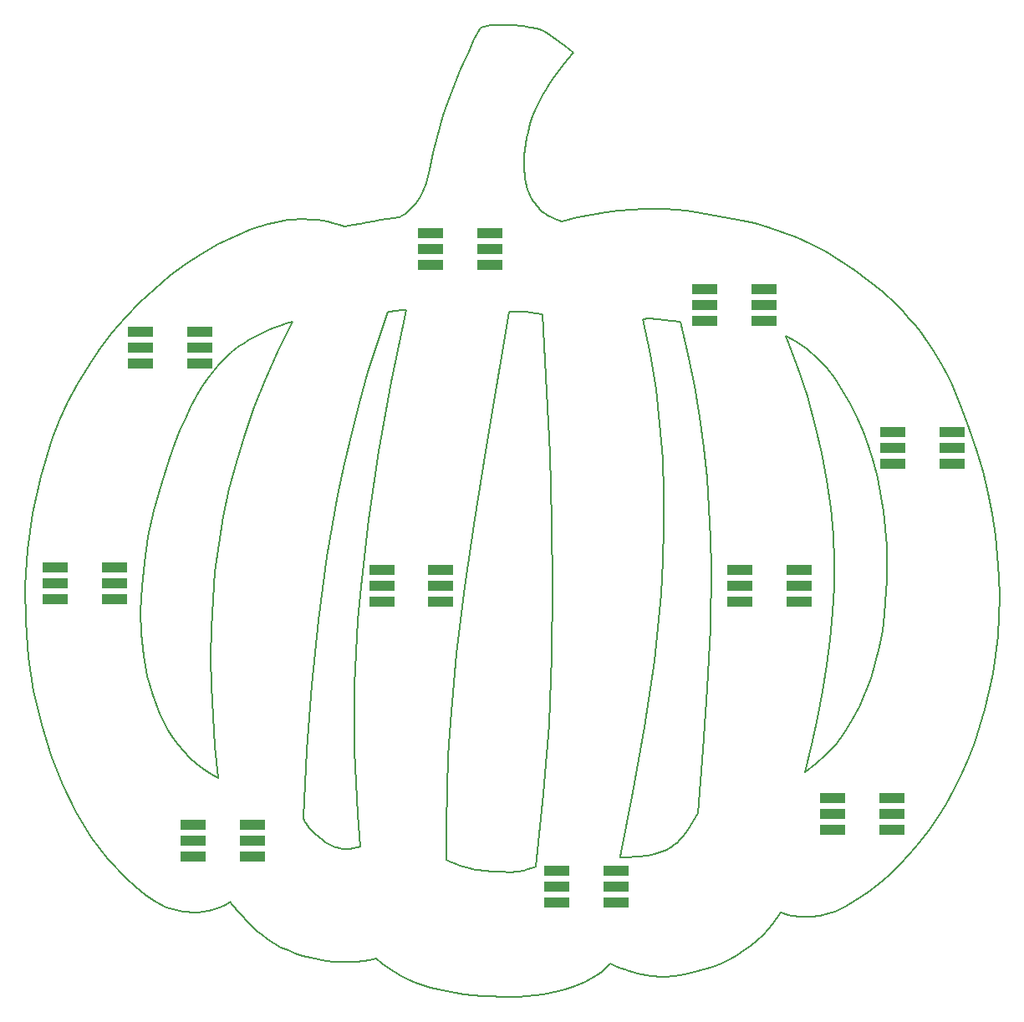
<source format=gbr>
%TF.GenerationSoftware,KiCad,Pcbnew,(6.0.7)*%
%TF.CreationDate,2022-10-09T23:44:08+01:00*%
%TF.ProjectId,Shocksoc-Pumpkin,53686f63-6b73-46f6-932d-50756d706b69,rev?*%
%TF.SameCoordinates,Original*%
%TF.FileFunction,Paste,Top*%
%TF.FilePolarity,Positive*%
%FSLAX46Y46*%
G04 Gerber Fmt 4.6, Leading zero omitted, Abs format (unit mm)*
G04 Created by KiCad (PCBNEW (6.0.7)) date 2022-10-09 23:44:08*
%MOMM*%
%LPD*%
G01*
G04 APERTURE LIST*
%TA.AperFunction,Profile*%
%ADD10C,0.150000*%
%TD*%
%ADD11R,2.500000X1.000000*%
G04 APERTURE END LIST*
D10*
X102498533Y-54102398D02*
X100947157Y-54481130D01*
X133881078Y-90853150D02*
X133833389Y-87362595D01*
X124675709Y-56140140D02*
X123233495Y-55565649D01*
X66997727Y-68181187D02*
X66609332Y-68558657D01*
X103970625Y-53798572D02*
X102498533Y-54102398D01*
X97676376Y-63735766D02*
X97336944Y-63688964D01*
X70497813Y-126762117D02*
X70497813Y-126762117D01*
X125928115Y-124967216D02*
X126192976Y-124952584D01*
X69787150Y-126148287D02*
X70132420Y-126454556D01*
X67332905Y-123429544D02*
X67545951Y-123719744D01*
X84480927Y-54093479D02*
X84480260Y-54096107D01*
X82341551Y-77813956D02*
X83626297Y-70732284D01*
X96977322Y-34706182D02*
X96611498Y-34658888D01*
X92683768Y-34827858D02*
X92059039Y-36066917D01*
X85148150Y-63466434D02*
X84932598Y-63492489D01*
X83626297Y-70732284D02*
X85148150Y-63466428D01*
X64609375Y-124444064D02*
X65102227Y-124358968D01*
X46896703Y-98661494D02*
X47436459Y-102123326D01*
X94457491Y-34583654D02*
X94102570Y-34608740D01*
X75913103Y-116527351D02*
X76027740Y-116633659D01*
X117356622Y-54043029D02*
X115482329Y-53700187D01*
X65872344Y-69363858D02*
X65522282Y-69792098D01*
X90603511Y-119762314D02*
X90921951Y-119866007D01*
X127688136Y-108531999D02*
X128649605Y-107475457D01*
X84160099Y-63560175D02*
X83900352Y-63584931D01*
X104937221Y-130537459D02*
X105409461Y-130144061D01*
X113521177Y-53420972D02*
X112494946Y-53318635D01*
X74702206Y-128916462D02*
X75483791Y-129123545D01*
X88917597Y-43792641D02*
X88536082Y-45028228D01*
X75286822Y-115857681D02*
X75358766Y-115944730D01*
X91394153Y-37479069D02*
X91007420Y-38343438D01*
X77129782Y-88497646D02*
X76248637Y-94922799D01*
X71110469Y-127232547D02*
X71766442Y-127657677D01*
X78396225Y-54829168D02*
X78065868Y-54734775D01*
X66078806Y-110881853D02*
X65785982Y-107710346D01*
X109305260Y-118788275D02*
X109641809Y-118735198D01*
X60183809Y-104372114D02*
X61042839Y-106035884D01*
X95661305Y-120422146D02*
X95912460Y-120421179D01*
X97377031Y-133011255D02*
X98208858Y-132933707D01*
X90597384Y-39298150D02*
X90173716Y-40331815D01*
X97717467Y-34827793D02*
X97345881Y-34762586D01*
X60827516Y-123985116D02*
X61191239Y-124110602D01*
X142173682Y-75380833D02*
X141316071Y-73137553D01*
X126184627Y-107521222D02*
X125509825Y-110298578D01*
X82243592Y-66725337D02*
X81290207Y-69777235D01*
X76716644Y-54449879D02*
X76160941Y-54374583D01*
X58156469Y-62730330D02*
X56738128Y-64218626D01*
X92916294Y-120271651D02*
X93293460Y-120310097D01*
X93748031Y-34645396D02*
X93393581Y-34693930D01*
X102086924Y-37388533D02*
X101663118Y-37043032D01*
X84485912Y-54067422D02*
X84484890Y-54072636D01*
X97101910Y-63664435D02*
X96890798Y-63656394D01*
X110289316Y-99051026D02*
X109321799Y-105726379D01*
X78978934Y-118080390D02*
X79237445Y-118082532D01*
X127714681Y-69353994D02*
X126782321Y-68357120D01*
X66166640Y-87197214D02*
X66635752Y-84406780D01*
X100655439Y-36266770D02*
X100358650Y-36051143D01*
X72768916Y-54418875D02*
X72385471Y-54479966D01*
X98301672Y-119863565D02*
X98301672Y-119863565D01*
X111268230Y-85465027D02*
X111168219Y-88893620D01*
X111781962Y-118014446D02*
X111990705Y-117890395D01*
X84633001Y-130955667D02*
X85337228Y-131300477D01*
X97090236Y-48834076D02*
X97095819Y-48335672D01*
X97176825Y-47253396D02*
X97254705Y-46667940D01*
X67214238Y-123512658D02*
X67332905Y-123429544D01*
X111431300Y-53248295D02*
X110325005Y-53215316D01*
X94813088Y-34569830D02*
X94457491Y-34583654D01*
X97468201Y-51276143D02*
X97362367Y-50930451D01*
X59606502Y-83834399D02*
X59037330Y-86463656D01*
X97721447Y-51900282D02*
X97588304Y-51599156D01*
X113708452Y-67946539D02*
X112937727Y-64675594D01*
X120475942Y-54700098D02*
X119185927Y-54406591D01*
X71222462Y-65491988D02*
X70679422Y-65730910D01*
X80809217Y-129431005D02*
X81476404Y-129318534D01*
X136682242Y-65027205D02*
X136064447Y-64298760D01*
X128387891Y-86215992D02*
X128490872Y-88883728D01*
X69652966Y-66252134D02*
X69168081Y-66534945D01*
X98470896Y-34983383D02*
X98470896Y-34983383D01*
X113725577Y-116117559D02*
X113971918Y-115727186D01*
X74232322Y-54292715D02*
X73878033Y-54308043D01*
X73610495Y-64674947D02*
X72979638Y-64858920D01*
X81200076Y-54598314D02*
X80496296Y-54731608D01*
X79936202Y-108059172D02*
X79903191Y-104788850D01*
X106872115Y-118922427D02*
X106898216Y-118924778D01*
X74708817Y-114889573D02*
X74721029Y-114928826D01*
X145196034Y-94538790D02*
X145240021Y-92531613D01*
X127333999Y-124785074D02*
X127637622Y-124711616D01*
X127947782Y-124623792D02*
X128264072Y-124520734D01*
X99800920Y-132687186D02*
X100557371Y-132518967D01*
X99889050Y-54095023D02*
X99695265Y-53994739D01*
X67400369Y-67820131D02*
X66997727Y-68181187D01*
X97822797Y-120019795D02*
X98301672Y-119863565D01*
X95375849Y-120417642D02*
X95661305Y-120422146D01*
X69774126Y-73258250D02*
X70902338Y-70432317D01*
X80417254Y-72846583D02*
X79621041Y-75934597D01*
X99900165Y-98521685D02*
X99989752Y-91708369D01*
X83900352Y-63584931D02*
X83659330Y-63613628D01*
X62631018Y-108211507D02*
X63240422Y-108845236D01*
X97142765Y-49749378D02*
X97106294Y-49305047D01*
X68788989Y-76060242D02*
X69774126Y-73258250D01*
X84488619Y-54056905D02*
X84487831Y-54059549D01*
X68251328Y-67146240D02*
X67817991Y-67475233D01*
X99742996Y-40412467D02*
X100134489Y-39832858D01*
X111118333Y-78537219D02*
X111254962Y-82013251D01*
X68164769Y-124481125D02*
X68379304Y-124725894D01*
X130321611Y-105058447D02*
X131033923Y-103715009D01*
X91091442Y-91477721D02*
X90255258Y-98313130D01*
X107640236Y-118918492D02*
X107891419Y-118907854D01*
X77845849Y-129495542D02*
X78618754Y-129538337D01*
X76248637Y-94922799D02*
X75571112Y-101456683D01*
X58563171Y-98491695D02*
X58944191Y-100587747D01*
X115296426Y-77439574D02*
X114879673Y-74320515D01*
X133419365Y-61648193D02*
X132014643Y-60478696D01*
X98725345Y-53291785D02*
X98539763Y-53105342D01*
X128336206Y-94165234D02*
X128093077Y-96799019D01*
X89635802Y-105186706D02*
X89423084Y-108651001D01*
X80264134Y-117900526D02*
X80535082Y-117808259D01*
X88422177Y-132327722D02*
X89257446Y-132505830D01*
X101207537Y-36684349D02*
X100655439Y-36266770D01*
X84932598Y-63492489D02*
X84688132Y-63515661D01*
X86050641Y-52726890D02*
X85786627Y-53042883D01*
X111071097Y-131027003D02*
X111288176Y-131020166D01*
X70156501Y-65984207D02*
X69652966Y-66252134D01*
X145240021Y-92531613D02*
X145196375Y-90488273D01*
X77632617Y-117748259D02*
X77795599Y-117817514D01*
X66078806Y-110881853D02*
X66078806Y-110881853D01*
X109961423Y-118673420D02*
X110264785Y-118603143D01*
X84486489Y-54064806D02*
X84485912Y-54067422D01*
X115832866Y-83581906D02*
X115611448Y-80524033D01*
X79621041Y-75934597D02*
X78897878Y-79042493D01*
X124166142Y-124827168D02*
X124541474Y-124892893D01*
X73933614Y-128666898D02*
X74702206Y-128916462D01*
X112554969Y-117477861D02*
X112886345Y-117171229D01*
X142918571Y-77607809D02*
X142173682Y-75380833D01*
X63240422Y-108845236D02*
X63889875Y-109430669D01*
X138076311Y-116211544D02*
X138974178Y-114900421D01*
X67762669Y-55989329D02*
X66068923Y-56816812D01*
X70132420Y-126454556D02*
X70497813Y-126762117D01*
X133394104Y-95989107D02*
X133632080Y-94301792D01*
X76595428Y-117113330D02*
X76774828Y-117247630D01*
X48125999Y-80313733D02*
X47308234Y-84030226D01*
X106898216Y-118924778D02*
X106929744Y-118926817D01*
X87564466Y-49212751D02*
X87481405Y-49585020D01*
X82690672Y-129680293D02*
X83309127Y-130147434D01*
X131432639Y-75799118D02*
X130817854Y-74343711D01*
X93393581Y-34693930D02*
X93038924Y-34754648D01*
X103868196Y-131243398D02*
X104422836Y-130904030D01*
X138932034Y-68208789D02*
X138405960Y-67372917D01*
X99911370Y-84917937D02*
X99697213Y-78073929D01*
X99303809Y-53756242D02*
X99108596Y-53616443D01*
X62884236Y-124470196D02*
X63498556Y-124507653D01*
X107118922Y-118930793D02*
X107257504Y-118929545D01*
X144206460Y-102156199D02*
X144569625Y-100318506D01*
X61733478Y-77038419D02*
X61217459Y-78450418D01*
X75003130Y-115470988D02*
X75050375Y-115541549D01*
X98990344Y-63919332D02*
X98990344Y-63919328D01*
X73610495Y-64674947D02*
X73610495Y-64674947D01*
X110825491Y-118437911D02*
X111084201Y-118343364D01*
X126604507Y-75131637D02*
X127270590Y-77984753D01*
X137279481Y-65782278D02*
X136682242Y-65027205D01*
X96523861Y-133057825D02*
X97377031Y-133011255D01*
X75608488Y-116223660D02*
X75703670Y-116322261D01*
X110740972Y-64420675D02*
X110339094Y-64382414D01*
X93212547Y-77752525D02*
X92093992Y-84638259D01*
X100875681Y-38825390D02*
X101498372Y-38054658D01*
X109934964Y-130945116D02*
X110396612Y-130998923D01*
X114879673Y-74320515D02*
X114353058Y-71158841D01*
X110339094Y-64382414D02*
X110024474Y-64361644D01*
X91000652Y-132780615D02*
X91907398Y-132881011D01*
X109470613Y-130868283D02*
X109934964Y-130945116D01*
X65568704Y-104615945D02*
X65432600Y-101590230D01*
X98676973Y-35045907D02*
X98569610Y-35009243D01*
X66609332Y-68558657D02*
X66234449Y-68952796D01*
X78897878Y-79042493D02*
X78244075Y-82171489D01*
X98186832Y-52680263D02*
X98021940Y-52440043D01*
X75158719Y-115693020D02*
X75220204Y-115773747D01*
X106805933Y-118898584D02*
X106804442Y-118901567D01*
X75220204Y-115773747D02*
X75286822Y-115857681D01*
X106367333Y-129943576D02*
X106958540Y-130165893D01*
X100358650Y-36051143D02*
X100056275Y-35839089D01*
X75703670Y-116322261D02*
X75805143Y-116423521D01*
X80275162Y-94873126D02*
X80549289Y-91522756D01*
X113466180Y-116489446D02*
X113725577Y-116117559D01*
X144082730Y-82002922D02*
X143553875Y-79816000D01*
X69168081Y-66534945D02*
X68701113Y-66832895D01*
X99108596Y-53616443D02*
X98915365Y-53461888D01*
X128471224Y-91530140D02*
X128336206Y-94165234D01*
X112494946Y-53318635D02*
X111431300Y-53248295D01*
X128490872Y-88883728D02*
X128471224Y-91530140D01*
X102086924Y-37388533D02*
X102086924Y-37388533D01*
X87073573Y-50892660D02*
X86956457Y-51176371D01*
X70497813Y-126762117D02*
X71110469Y-127232547D01*
X93692227Y-120342190D02*
X94115896Y-120368672D01*
X84487831Y-54059549D02*
X84487125Y-54062182D01*
X98914553Y-35148601D02*
X98792211Y-35092614D01*
X110396612Y-130998923D02*
X110624577Y-131015841D01*
X123346194Y-124604236D02*
X123565259Y-124675904D01*
X126747983Y-124892360D02*
X127037317Y-124845033D01*
X131033923Y-103715009D02*
X131664959Y-102292970D01*
X97588304Y-51599156D02*
X97468201Y-51276143D01*
X114687285Y-114461465D02*
X115209995Y-108049459D01*
X77297763Y-117580293D02*
X77466637Y-117669342D01*
X108951094Y-118832445D02*
X109305260Y-118788275D01*
X76027740Y-116633659D02*
X76149250Y-116742353D01*
X112349518Y-130931969D02*
X113374407Y-130783041D01*
X97095819Y-48335672D02*
X97124273Y-47809043D01*
X101498372Y-38054658D02*
X102086924Y-37388533D01*
X108187170Y-118893251D02*
X108187170Y-118893251D01*
X73515700Y-54333673D02*
X73145827Y-54370364D01*
X62233073Y-124375937D02*
X62563146Y-124430665D01*
X127749095Y-99441503D02*
X127311521Y-102102693D01*
X61894246Y-124305015D02*
X62233073Y-124375937D01*
X131981245Y-77320686D02*
X131432639Y-75799118D01*
X109321799Y-105726379D02*
X108143107Y-112334745D01*
X66614031Y-123849320D02*
X66867962Y-123719467D01*
X77466637Y-117669342D02*
X77632617Y-117748259D01*
X115650942Y-101819612D02*
X115945091Y-95707812D01*
X71200966Y-54746301D02*
X69475869Y-55296796D01*
X105837664Y-129724214D02*
X105837664Y-129724214D01*
X124746443Y-124920245D02*
X124962409Y-124942767D01*
X98208858Y-132933707D02*
X99017451Y-132825558D01*
X92093992Y-84638259D02*
X91091442Y-91477721D01*
X124735935Y-66723644D02*
X123623686Y-66104074D01*
X97254705Y-46667940D02*
X97359141Y-46051882D01*
X119185927Y-54406591D02*
X117356622Y-54043029D01*
X49258614Y-76628694D02*
X48125999Y-80313733D01*
X62563146Y-124430665D02*
X62884236Y-124470196D01*
X106822210Y-118888731D02*
X106812888Y-118893138D01*
X100557371Y-132518967D02*
X101284916Y-132321281D01*
X83956768Y-130571939D02*
X84633001Y-130955667D01*
X70902338Y-70432317D02*
X72179252Y-67574023D01*
X79909987Y-117996771D02*
X80097041Y-117950039D01*
X88189277Y-46285822D02*
X87886851Y-47554035D01*
X133079292Y-97640398D02*
X133394104Y-95989107D01*
X95651239Y-133073039D02*
X96523861Y-133057825D01*
X89223148Y-115660991D02*
X89248518Y-119217241D01*
X93293460Y-120310097D02*
X93692227Y-120342190D01*
X134773521Y-62921139D02*
X133419365Y-61648193D01*
X77126100Y-117480639D02*
X77297763Y-117580293D01*
X115209995Y-108049459D02*
X115650942Y-101819612D01*
X96672766Y-120360524D02*
X96826444Y-120330646D01*
X92683768Y-34827859D02*
X92683768Y-34827858D01*
X64579406Y-109966272D02*
X65309041Y-110450512D01*
X136064447Y-64298760D02*
X135427679Y-63596789D01*
X83358959Y-63667797D02*
X83281100Y-63689672D01*
X125789109Y-67477498D02*
X124735935Y-66723644D01*
X82549437Y-54369001D02*
X81883311Y-54477878D01*
X71200966Y-54746301D02*
X71200966Y-54746301D01*
X144508272Y-84166093D02*
X144082730Y-82002922D01*
X87638472Y-48821475D02*
X87564466Y-49212751D01*
X129582434Y-123938836D02*
X130742353Y-123264594D01*
X79374327Y-129541470D02*
X80106503Y-129505505D01*
X97124668Y-120252507D02*
X97443625Y-120149166D01*
X122282520Y-125667447D02*
X122696719Y-125081158D01*
X115482329Y-53700187D02*
X114515227Y-53549944D01*
X65785982Y-107710346D02*
X65568704Y-104615945D01*
X95169654Y-34566962D02*
X94813088Y-34569830D01*
X68876837Y-125262821D02*
X69158882Y-125549859D01*
X135132861Y-119709457D02*
X136152517Y-118618545D01*
X123623686Y-66104074D02*
X123623686Y-66104074D01*
X86317325Y-52357326D02*
X86050641Y-52726890D01*
X111561753Y-118131427D02*
X111781962Y-118014446D01*
X110552580Y-118524572D02*
X110825491Y-118437911D01*
X67941299Y-78846714D02*
X68788989Y-76060242D01*
X92059039Y-36066917D02*
X91394153Y-37479069D01*
X79237445Y-118082532D02*
X79479350Y-118066792D01*
X137134712Y-117451746D02*
X138076311Y-116211544D01*
X111288176Y-131020166D02*
X112349518Y-130931969D01*
X140342604Y-70880453D02*
X140342604Y-70880453D01*
X97198420Y-50167861D02*
X97142765Y-49749378D01*
X61191239Y-124110602D02*
X61546892Y-124216903D01*
X127637622Y-124711616D02*
X127947782Y-124623792D01*
X92557425Y-120226109D02*
X92916294Y-120271651D01*
X66234449Y-68952796D02*
X65872344Y-69363858D01*
X127270590Y-77984753D02*
X127785009Y-80776512D01*
X86068855Y-131608228D02*
X86827286Y-131880780D01*
X75102174Y-115615590D02*
X75158719Y-115693020D01*
X75241890Y-54300953D02*
X74914753Y-54289929D01*
X96890798Y-63656394D02*
X96623131Y-63659058D01*
X109641809Y-118735198D02*
X109961423Y-118673420D01*
X84876939Y-53840254D02*
X84593677Y-54007349D01*
X99697213Y-78073929D02*
X98990344Y-63919332D01*
X125509825Y-110298578D02*
X125509825Y-110298578D01*
X87638472Y-48821475D02*
X87638472Y-48821475D01*
X54126043Y-67444095D02*
X52947412Y-69167088D01*
X73145827Y-54370364D02*
X72768916Y-54418875D01*
X73184080Y-128374288D02*
X73933614Y-128666898D01*
X64537022Y-71182438D02*
X63926944Y-72199895D01*
X93038924Y-34754648D02*
X92683768Y-34827859D01*
X69158882Y-125549859D02*
X69462479Y-125845868D01*
X97491362Y-45404430D02*
X97491362Y-45404430D01*
X115308810Y-130318471D02*
X116215319Y-130010568D01*
X124788314Y-69201306D02*
X125779501Y-72207157D01*
X79768534Y-54879057D02*
X79013354Y-55041959D01*
X81290207Y-69777235D02*
X80417254Y-72846583D01*
X62792587Y-74461340D02*
X62256563Y-75709406D01*
X124541474Y-124892893D02*
X124746443Y-124920245D01*
X94761057Y-133056520D02*
X94761057Y-133056520D01*
X114361338Y-130577252D02*
X115308810Y-130318471D01*
X74721029Y-114928826D02*
X74738612Y-114976799D01*
X111276865Y-64479947D02*
X110740972Y-64420675D01*
X136152517Y-118618545D02*
X137134712Y-117451746D01*
X130572015Y-59411426D02*
X129104146Y-58445159D01*
X84482079Y-54088246D02*
X84480927Y-54093479D01*
X101981662Y-132094503D02*
X102645718Y-131839012D01*
X138974178Y-114900421D02*
X139825178Y-113520860D01*
X63889875Y-109430669D02*
X64579406Y-109966272D01*
X121287639Y-126804882D02*
X121812326Y-126243312D01*
X78065868Y-54734775D02*
X77673134Y-54636047D01*
X92213551Y-120172730D02*
X92557425Y-120226109D01*
X97362367Y-50930451D02*
X97272030Y-50561288D01*
X49258614Y-76628694D02*
X49258614Y-76628694D01*
X77673134Y-54636047D02*
X77222051Y-54539058D01*
X92836777Y-132959221D02*
X93788196Y-133017104D01*
X78618754Y-129538337D02*
X79374327Y-129541470D01*
X91007420Y-38343438D02*
X90597384Y-39298150D01*
X111084201Y-118343364D02*
X111329394Y-118241135D01*
X98470896Y-34983383D02*
X97717467Y-34827793D01*
X72979638Y-64858920D02*
X72371836Y-65056247D01*
X87886851Y-47554035D02*
X87638472Y-48821475D01*
X96623131Y-63659058D02*
X95596224Y-63673356D01*
X99459496Y-35450101D02*
X99177454Y-35285366D01*
X80051149Y-111317139D02*
X79936202Y-108059172D01*
X78853703Y-54980665D02*
X78396225Y-54829168D01*
X100134489Y-39832858D02*
X100875681Y-38825390D01*
X83549562Y-63629988D02*
X83448942Y-63647973D01*
X89248518Y-119217241D02*
X89606057Y-119374538D01*
X97953233Y-43862848D02*
X98257437Y-43116328D01*
X139431222Y-69071901D02*
X138932034Y-68208789D01*
X93788196Y-133017104D02*
X94761057Y-133056520D01*
X61179970Y-60038061D02*
X59639602Y-61334445D01*
X132462784Y-78899898D02*
X131981245Y-77320686D01*
X95527484Y-34574741D02*
X95169654Y-34566962D01*
X97345881Y-34762586D02*
X96977322Y-34706182D01*
X109136588Y-64369071D02*
X109136588Y-64369071D01*
X99017451Y-132825558D02*
X99800920Y-132687186D01*
X97336944Y-63688964D02*
X97101910Y-63664435D01*
X84479517Y-54098745D02*
X84479517Y-54098745D01*
X97694736Y-44627268D02*
X97953233Y-43862848D01*
X48204372Y-105451841D02*
X49185994Y-108619577D01*
X113971918Y-115727186D02*
X114210670Y-115319958D01*
X126641839Y-109475877D02*
X127688136Y-108531999D01*
X105409461Y-130144061D02*
X105837664Y-129724214D01*
X110024474Y-64361644D02*
X109750354Y-64354843D01*
X107430103Y-118925584D02*
X107640236Y-118918492D01*
X72371836Y-65056247D02*
X71786355Y-65267185D01*
X75358766Y-115944730D02*
X75436230Y-116034804D01*
X83448942Y-63647973D02*
X83358959Y-63667797D01*
X77222051Y-54539058D02*
X76716644Y-54449879D01*
X64074210Y-124496285D02*
X64609375Y-124444064D01*
X84483064Y-54083037D02*
X84482079Y-54088246D01*
X83281100Y-63689672D02*
X83281100Y-63689672D01*
X85337228Y-131300477D02*
X86068855Y-131608228D01*
X110434668Y-71508094D02*
X110848262Y-75035857D01*
X114687285Y-114461465D02*
X114687285Y-114461465D01*
X71995996Y-54554394D02*
X71600993Y-54642919D01*
X83281100Y-63689672D02*
X82243592Y-66725337D01*
X78704655Y-118056593D02*
X78978934Y-118080390D01*
X74708817Y-114889573D02*
X74708817Y-114889573D01*
X72179252Y-67574023D02*
X73610495Y-64674947D01*
X117899434Y-129262874D02*
X118674034Y-128830822D01*
X96134247Y-120414636D02*
X96331604Y-120402416D01*
X99695265Y-53994739D02*
X99499775Y-53882076D01*
X132014643Y-60478696D02*
X130572015Y-59411426D01*
X50366877Y-111599071D02*
X51732572Y-114362863D01*
X73610495Y-64674947D02*
X73610495Y-64674947D01*
X132993713Y-121653693D02*
X134078881Y-120722001D01*
X107010841Y-118929744D02*
X107118922Y-118930793D01*
X112937727Y-64675601D02*
X111276865Y-64479947D01*
X76951753Y-117369909D02*
X77126100Y-117480639D01*
X60333284Y-81159229D02*
X59606502Y-83834399D01*
X123623686Y-66104074D02*
X124788314Y-69201306D01*
X62256563Y-75709406D02*
X61733478Y-77038419D01*
X114515227Y-53549944D02*
X113521177Y-53420972D01*
X139901939Y-69962404D02*
X139431222Y-69071901D01*
X47436459Y-102123326D02*
X48204372Y-105451841D01*
X112376525Y-117621898D02*
X112554969Y-117477861D01*
X128155024Y-83516922D02*
X128387891Y-86215992D01*
X56794039Y-121085403D02*
X57759292Y-121940995D01*
X100947157Y-54481130D02*
X100622571Y-54388212D01*
X111990705Y-117890395D02*
X112188665Y-117759477D01*
X106834435Y-118916991D02*
X106851001Y-118919814D01*
X75805143Y-116423521D02*
X75913103Y-116527351D01*
X74578063Y-54286930D02*
X74232322Y-54292715D01*
X76413659Y-116966539D02*
X76595428Y-117113330D01*
X84479517Y-54098745D02*
X83201889Y-54270385D01*
X91557577Y-120039494D02*
X91881369Y-120110772D01*
X96975432Y-120294675D02*
X97124668Y-120252507D01*
X67973690Y-124255566D02*
X68164769Y-124481125D01*
X80535082Y-117808259D02*
X80250089Y-114565814D01*
X116215319Y-130010568D02*
X117079361Y-129657412D01*
X117079361Y-129657412D02*
X117899434Y-129262874D01*
X62770017Y-58848268D02*
X61179970Y-60038061D01*
X99754497Y-35636709D02*
X99459496Y-35450101D01*
X98359849Y-52901765D02*
X98186832Y-52680263D01*
X96331604Y-120402416D02*
X96509465Y-120384413D01*
X99989752Y-91708369D02*
X99911370Y-84917937D01*
X113374407Y-130783041D02*
X114361338Y-130577252D01*
X114210670Y-115319958D02*
X114687285Y-114461465D01*
X96248112Y-34621012D02*
X95886872Y-34592860D01*
X142065610Y-108996372D02*
X142697779Y-107367884D01*
X80549289Y-91522756D02*
X81310388Y-84735945D01*
X106851001Y-118919814D02*
X106872115Y-118922427D01*
X61217459Y-78450418D02*
X60333284Y-81159229D01*
X84483971Y-54077837D02*
X84483064Y-54083037D01*
X58277631Y-93953218D02*
X58341056Y-96276094D01*
X61546892Y-124216903D02*
X61894246Y-124305015D01*
X76272302Y-129288710D02*
X77061677Y-129412521D01*
X80535082Y-117808259D02*
X80535082Y-117808259D01*
X116027410Y-89649948D02*
X115968810Y-86621206D01*
X106804861Y-118904653D02*
X106807630Y-118907791D01*
X76160941Y-54374583D02*
X75558969Y-54319242D01*
X55392133Y-65792245D02*
X54126043Y-67444095D01*
X89248518Y-119217241D02*
X89248518Y-119217241D01*
X67225429Y-81626087D02*
X67941299Y-78846714D01*
X81310388Y-84735945D02*
X82341551Y-77813956D01*
X96826444Y-120330646D02*
X96975432Y-120294675D01*
X65432600Y-101590230D02*
X65383296Y-98624779D01*
X76149250Y-116742353D02*
X76277825Y-116853344D01*
X86827286Y-131880780D02*
X87611926Y-132119992D01*
X107257504Y-118929545D02*
X107430103Y-118925584D01*
X115945091Y-95707812D02*
X116027410Y-89649948D01*
X123053420Y-124488313D02*
X123053420Y-124488313D01*
X134078881Y-120722001D02*
X135132861Y-119709457D01*
X86834774Y-51443666D02*
X86580697Y-51930736D01*
X129393297Y-71665440D02*
X128585303Y-70459606D01*
X112886345Y-117171229D02*
X113188259Y-116841213D01*
X123233495Y-55565649D02*
X121829352Y-55086043D01*
X89606057Y-119374538D02*
X89948867Y-119517322D01*
X132686756Y-99247149D02*
X133079292Y-97640398D01*
X122696719Y-125081158D02*
X123053420Y-124488313D01*
X126782321Y-68357120D02*
X125789109Y-67477498D01*
X100947157Y-54481130D02*
X100947157Y-54481130D01*
X97866402Y-52180314D02*
X97721447Y-51900282D01*
X84593677Y-54007349D02*
X84488619Y-54056905D01*
X106821978Y-118914012D02*
X106834435Y-118916991D01*
X77061677Y-129412521D02*
X77845849Y-129495542D01*
X76277825Y-116853344D02*
X76413659Y-116966539D01*
X106812888Y-118893138D02*
X106808895Y-118895757D01*
X140342604Y-70880453D02*
X139901939Y-69962404D01*
X65383296Y-98624779D02*
X65426421Y-95711173D01*
X58372679Y-91535337D02*
X58277631Y-93953218D01*
X67545951Y-123719744D02*
X67806543Y-124051776D01*
X65812466Y-90005811D02*
X66166640Y-87197214D01*
X74914753Y-54289929D02*
X74578063Y-54286930D01*
X126143330Y-56810740D02*
X124675709Y-56140140D01*
X119185927Y-54406591D02*
X119185927Y-54406591D01*
X95051154Y-120407770D02*
X95375849Y-120417642D01*
X99088318Y-112522821D02*
X99610418Y-105434348D01*
X65426421Y-95711173D02*
X65567602Y-92840991D01*
X94761057Y-133056520D02*
X95651239Y-133073039D01*
X90280251Y-119646333D02*
X90603511Y-119762314D01*
X96611498Y-34658888D02*
X96248112Y-34621012D01*
X75050375Y-115541549D02*
X75102174Y-115615590D01*
X142697779Y-107367884D02*
X143267401Y-105683371D01*
X79950053Y-101503111D02*
X80074730Y-98198890D01*
X128913423Y-124265453D02*
X129245674Y-124111495D01*
X98990344Y-63919328D02*
X97676376Y-63735766D01*
X57759292Y-121940995D02*
X58754494Y-122711766D01*
X61042839Y-106035884D02*
X61532254Y-106805297D01*
X144857700Y-98434719D02*
X145067548Y-96507319D01*
X63498556Y-124507653D02*
X64074210Y-124496285D01*
X108187170Y-118893251D02*
X108578625Y-118867505D01*
X98965302Y-41697633D02*
X99350128Y-41035779D01*
X65953697Y-124122046D02*
X66308667Y-123986171D01*
X101663118Y-37043032D02*
X101207537Y-36684349D01*
X49185994Y-108619577D02*
X50366877Y-111599071D01*
X70679422Y-65730910D02*
X70156501Y-65984207D01*
X76774828Y-117247630D02*
X76951753Y-117369909D01*
X59777837Y-123394284D02*
X60827516Y-123985116D01*
X56738128Y-64218626D02*
X55392133Y-65792245D01*
X110965009Y-92300102D02*
X110668681Y-95685547D01*
X58944191Y-100587747D02*
X59484331Y-102551977D01*
X128264072Y-124520734D02*
X128586088Y-124401577D01*
X75571112Y-101456683D02*
X75067681Y-108109030D01*
X128093077Y-96799019D02*
X127749095Y-99441503D01*
X46599554Y-95093806D02*
X46896703Y-98661494D01*
X97491362Y-45404430D02*
X97694736Y-44627268D01*
X106929744Y-118926817D02*
X107010841Y-118929744D01*
X106813190Y-118910928D02*
X106821978Y-118914012D01*
X111288176Y-131020166D02*
X111288176Y-131020166D01*
X74855820Y-115225362D02*
X74921528Y-115340669D01*
X108120416Y-130542872D02*
X108557433Y-130662837D01*
X75519406Y-116127811D02*
X75608488Y-116223660D01*
X124962409Y-124942767D02*
X125188964Y-124959591D01*
X85290544Y-53527979D02*
X85070440Y-53703992D01*
X130742353Y-123264594D02*
X131880491Y-122502052D01*
X113188259Y-116841213D02*
X113466180Y-116489446D01*
X106804442Y-118901567D02*
X106804861Y-118904653D01*
X78112149Y-117928930D02*
X78415447Y-118007364D01*
X81476404Y-129318534D02*
X82102000Y-129168657D01*
X87185374Y-50592101D02*
X87073573Y-50892660D01*
X109136588Y-64369071D02*
X109867470Y-67952856D01*
X103275193Y-131555184D02*
X103868196Y-131243398D01*
X130137777Y-72962980D02*
X129393297Y-71665440D01*
X75067681Y-108109030D02*
X74708817Y-114889573D01*
X50011843Y-74692027D02*
X49258614Y-76628694D01*
X67806543Y-124051776D02*
X67973690Y-124255566D01*
X81883311Y-54477878D02*
X81200076Y-54598314D01*
X125425703Y-124969853D02*
X125672222Y-124972683D01*
X63347423Y-73292183D02*
X62792587Y-74461340D01*
X102645718Y-131839012D02*
X103275193Y-131555184D01*
X111168219Y-88893620D02*
X110965009Y-92300102D01*
X63926944Y-72199895D02*
X63347423Y-73292183D01*
X138405960Y-67372917D02*
X137854581Y-66564131D01*
X79903191Y-104788850D02*
X79950053Y-101503111D01*
X137854581Y-66564131D02*
X137279481Y-65782278D01*
X127311521Y-102102693D02*
X126787612Y-104792596D01*
X125672222Y-124972683D02*
X125928115Y-124967216D01*
X90173716Y-40331815D02*
X89746083Y-41433045D01*
X80106503Y-129505505D02*
X80809217Y-129431005D01*
X90255258Y-98313130D02*
X89635802Y-105186706D01*
X68379304Y-124725894D02*
X68616818Y-124987312D01*
X129245674Y-124111495D02*
X129582434Y-123938836D01*
X109867470Y-67952856D02*
X110434668Y-71508094D01*
X61532254Y-106805297D02*
X62061638Y-107531016D01*
X80250089Y-114565814D02*
X80051149Y-111317139D01*
X99177454Y-35285366D02*
X98914553Y-35148601D01*
X82102000Y-129168657D02*
X82690672Y-129680293D01*
X107704324Y-130417177D02*
X108120416Y-130542872D01*
X127785009Y-80776512D02*
X128155024Y-83516922D01*
X89257446Y-132505830D02*
X90117136Y-132656174D01*
X121812326Y-126243312D02*
X122282520Y-125667447D01*
X95912460Y-120421179D02*
X96134247Y-120414636D01*
X129582434Y-123938836D02*
X129582434Y-123938836D01*
X101284916Y-132321281D02*
X101981662Y-132094503D01*
X128649605Y-107475457D02*
X129527134Y-106314768D01*
X100056275Y-35839089D02*
X99754497Y-35636709D01*
X110848262Y-75035857D02*
X111118333Y-78537219D01*
X46559461Y-91447724D02*
X46599554Y-95093806D01*
X127037317Y-124845033D02*
X127333999Y-124785074D01*
X127623696Y-57578672D02*
X126143330Y-56810740D01*
X96509465Y-120384413D02*
X96672766Y-120360524D01*
X145061958Y-88411251D02*
X144833636Y-86303030D01*
X111254962Y-82013251D02*
X111268230Y-85465027D01*
X132215607Y-100800845D02*
X132686756Y-99247149D01*
X77955478Y-117877581D02*
X78112149Y-117928930D01*
X58625984Y-89034726D02*
X58372679Y-91535337D01*
X98597932Y-42392870D02*
X98965302Y-41697633D01*
X115968810Y-86621206D02*
X115832866Y-83581906D01*
X125509825Y-110298578D02*
X126641839Y-109475877D01*
X141374029Y-110566353D02*
X142065610Y-108996372D01*
X83201889Y-54270385D02*
X82549437Y-54369001D01*
X80496296Y-54731608D02*
X79768534Y-54879057D01*
X79013354Y-55041959D02*
X79013354Y-55041959D01*
X87611926Y-132119992D02*
X88422177Y-132327722D01*
X67332905Y-123429544D02*
X67332905Y-123429544D01*
X86956457Y-51176371D02*
X86834774Y-51443666D01*
X143267401Y-105683371D02*
X143771340Y-103945315D01*
X123565259Y-124675904D02*
X123839656Y-124752527D01*
X66635752Y-84406780D02*
X67225429Y-81626087D01*
X79013354Y-55041959D02*
X78853703Y-54980665D01*
X125188964Y-124959591D02*
X125425703Y-124969853D01*
X77795599Y-117817514D02*
X77955478Y-117877581D01*
X114353058Y-71158841D02*
X113708452Y-67946539D01*
X84484890Y-54072636D02*
X84483971Y-54077837D01*
X83309127Y-130147434D02*
X83956768Y-130571939D01*
X73878033Y-54308043D02*
X73515700Y-54333673D01*
X74921528Y-115340669D02*
X75003130Y-115470988D01*
X89423084Y-108651001D02*
X89283435Y-112140670D01*
X72385471Y-54479966D02*
X71995996Y-54554394D01*
X98569610Y-35009243D02*
X98470896Y-34983383D01*
X143553875Y-79816000D02*
X142918571Y-77607809D01*
X84688132Y-63515661D02*
X84160099Y-63560175D01*
X106833888Y-118884706D02*
X106833888Y-118884706D01*
X66068923Y-56816812D02*
X64402187Y-57772155D01*
X82102000Y-129168657D02*
X82102000Y-129168657D01*
X50882756Y-72798144D02*
X50011843Y-74692027D01*
X110264785Y-118603143D02*
X110552580Y-118524572D01*
X51863798Y-70954134D02*
X50882756Y-72798144D01*
X79703811Y-118036947D02*
X79909987Y-117996771D01*
X108143107Y-112334745D02*
X106833888Y-118884706D01*
X94102570Y-34608740D02*
X93748031Y-34645396D01*
X125509825Y-110298578D02*
X125509825Y-110298578D01*
X87291111Y-50274263D02*
X87185374Y-50592101D01*
X85070440Y-53703992D02*
X84876939Y-53840254D01*
X88536082Y-45028228D02*
X88189277Y-46285822D01*
X141316071Y-73137553D02*
X140342604Y-70880453D01*
X74804462Y-115125796D02*
X74855820Y-115225362D01*
X97272030Y-50561288D02*
X97198420Y-50167861D01*
X66308667Y-123986171D02*
X66614031Y-123849320D01*
X91238872Y-119958153D02*
X91557577Y-120039494D01*
X129104146Y-58445159D02*
X127623696Y-57578672D01*
X106808895Y-118895757D02*
X106805933Y-118898584D01*
X85786627Y-53042883D02*
X85531267Y-53308761D01*
X67817991Y-67475233D02*
X67400369Y-67820131D01*
X120080801Y-127869660D02*
X120709963Y-127348288D01*
X46790871Y-87750710D02*
X46559461Y-91447724D01*
X98257437Y-43116328D02*
X98597932Y-42392870D01*
X126192976Y-124952584D02*
X126466401Y-124927921D01*
X123053420Y-124488313D02*
X123185703Y-124544458D01*
X87390038Y-49938713D02*
X87291111Y-50274263D01*
X74765908Y-115042699D02*
X74804462Y-115125796D01*
X65567602Y-92840991D02*
X65812466Y-90005811D01*
X97359141Y-46051882D02*
X97491362Y-45404430D01*
X145067548Y-96507319D02*
X145196034Y-94538790D01*
X133496117Y-83898251D02*
X132876368Y-80528240D01*
X71786355Y-65267185D02*
X71222462Y-65491988D01*
X71600993Y-54642919D02*
X71200966Y-54746301D01*
X129527134Y-106314768D02*
X130321611Y-105058447D01*
X91881369Y-120110772D02*
X92213551Y-120172730D01*
X144569625Y-100318506D02*
X144857700Y-98434719D01*
X59639602Y-61334445D02*
X58156469Y-62730330D01*
X90921951Y-119866007D02*
X91238872Y-119958153D01*
X87481405Y-49585020D02*
X87390038Y-49938713D01*
X75436230Y-116034804D02*
X75519406Y-116127811D01*
X58754494Y-122711766D02*
X59777837Y-123394284D01*
X74738612Y-114976799D02*
X74765908Y-115042699D01*
X128585303Y-70459606D02*
X127714681Y-69353994D01*
X75558969Y-54319242D02*
X75241890Y-54300953D01*
X94115896Y-120368672D02*
X95051154Y-120407770D01*
X89283435Y-112140670D02*
X89223148Y-115660991D01*
X76413659Y-116966539D02*
X76413659Y-116966539D01*
X145196375Y-90488273D02*
X145061958Y-88411251D01*
X58341056Y-96276094D02*
X58563171Y-98491695D01*
X95051154Y-120407770D02*
X95051154Y-120407770D01*
X107963535Y-53282898D02*
X106697893Y-53394186D01*
X112937727Y-64675594D02*
X112937727Y-64675594D01*
X51732572Y-114362863D02*
X53268630Y-116883490D01*
X98915365Y-53461888D02*
X98725345Y-53291785D01*
X144833636Y-86303030D02*
X144508272Y-84166093D01*
X132876368Y-80528240D02*
X132462784Y-78899898D01*
X71766442Y-127657677D02*
X72459668Y-128038069D01*
X53268630Y-116883490D02*
X54960602Y-119133491D01*
X89324153Y-42590450D02*
X88917597Y-43792641D01*
X83659330Y-63613628D02*
X83549562Y-63629988D01*
X80097041Y-117950039D02*
X80264134Y-117900526D01*
X98792211Y-35092614D02*
X98676973Y-35045907D01*
X108578625Y-118867505D02*
X108951094Y-118832445D01*
X119401657Y-128365128D02*
X120080801Y-127869660D01*
X140626173Y-112075343D02*
X141374029Y-110566353D01*
X65550942Y-124248970D02*
X65953697Y-124122046D01*
X95596224Y-63673356D02*
X95596224Y-63673356D01*
X109750354Y-64354843D02*
X109136588Y-64369071D01*
X92683768Y-34827859D02*
X92683768Y-34827859D01*
X106697893Y-53394186D02*
X105368667Y-53564289D01*
X112937727Y-64675594D02*
X112937727Y-64675601D01*
X95596224Y-63673356D02*
X93212547Y-77752525D01*
X109170828Y-53225063D02*
X107963535Y-53282898D01*
X99610418Y-105434348D02*
X99900165Y-98521685D01*
X110325005Y-53215316D02*
X109170828Y-53225063D01*
X123185703Y-124544458D02*
X123346194Y-124604236D01*
X143771340Y-103945315D02*
X144206460Y-102156199D01*
X64402187Y-57772155D02*
X62770017Y-58848268D01*
X99350128Y-41035779D02*
X99742996Y-40412467D01*
X59037330Y-86463656D02*
X58625984Y-89034726D01*
X85531267Y-53308761D02*
X85290544Y-53527979D01*
X128586088Y-124401577D02*
X128913423Y-124265453D01*
X90117136Y-132656174D02*
X91000652Y-132780615D01*
X65183531Y-70237772D02*
X64537022Y-71182438D01*
X66867962Y-123719467D02*
X67214238Y-123512658D01*
X104422836Y-130904030D02*
X104937221Y-130537459D01*
X108557433Y-130662837D02*
X109009467Y-130772749D01*
X106958540Y-130165893D02*
X107315063Y-130290076D01*
X105368667Y-53564289D02*
X103970625Y-53798572D01*
X139825178Y-113520860D02*
X140626173Y-112075343D01*
X78244075Y-82171489D02*
X77129782Y-88497646D01*
X106807630Y-118907791D02*
X106813190Y-118910928D01*
X100622571Y-54388212D02*
X100266592Y-54261622D01*
X72459668Y-128038069D02*
X73184080Y-128374288D01*
X112188665Y-117759477D02*
X112376525Y-117621898D01*
X69462479Y-125845868D02*
X69787150Y-126148287D01*
X65102227Y-124358968D02*
X65550942Y-124248970D01*
X78415447Y-118007364D02*
X78704655Y-118056593D01*
X97443625Y-120149166D02*
X97822797Y-120019795D01*
X126466401Y-124927921D02*
X126747983Y-124892360D01*
X123839656Y-124752527D02*
X124166142Y-124827168D01*
X69475869Y-55296796D02*
X67762669Y-55989329D01*
X65309041Y-110450512D02*
X66078806Y-110881853D01*
X109009467Y-130772749D02*
X109470613Y-130868283D01*
X99499775Y-53882076D02*
X99303809Y-53756242D01*
X130817854Y-74343711D02*
X130137777Y-72962980D01*
X126787612Y-104792596D02*
X126184627Y-107521222D01*
X125779501Y-72207157D02*
X126604507Y-75131637D01*
X97106294Y-49305047D02*
X97090236Y-48834076D01*
X106833888Y-118884706D02*
X106822210Y-118888731D01*
X75483791Y-129123545D02*
X76272302Y-129288710D01*
X110624577Y-131015841D02*
X110849652Y-131025381D01*
X59484331Y-102551977D02*
X60183809Y-104372114D01*
X68701113Y-66832895D02*
X68251328Y-67146240D01*
X79479350Y-118066792D02*
X79703811Y-118036947D01*
X80074730Y-98198890D02*
X80275162Y-94873126D01*
X84487125Y-54062182D02*
X84486489Y-54064806D01*
X89746083Y-41433045D02*
X89324153Y-42590450D01*
X110849652Y-131025381D02*
X111071097Y-131027003D01*
X98301672Y-119863565D02*
X99088318Y-112522821D01*
X120709963Y-127348288D02*
X121287639Y-126804882D01*
X84488619Y-54056905D02*
X84488619Y-54056905D01*
X84480260Y-54096107D02*
X84479517Y-54098745D01*
X98021940Y-52440043D02*
X97866402Y-52180314D01*
X86580697Y-51930736D02*
X86317325Y-52357326D01*
X133833389Y-87362595D02*
X133496117Y-83898251D01*
X62061638Y-107531016D02*
X62631018Y-108211507D01*
X65522282Y-69792098D02*
X65183531Y-70237772D01*
X52947412Y-69167088D02*
X51863798Y-70954134D01*
X118674034Y-128830822D02*
X119401657Y-128365128D01*
X89948867Y-119517322D02*
X90280251Y-119646333D01*
X47308234Y-84030226D02*
X46790871Y-87750710D01*
X60827516Y-123985116D02*
X60827516Y-123985116D01*
X54960602Y-119133491D02*
X56794039Y-121085403D01*
X68616818Y-124987312D02*
X68876837Y-125262821D01*
X61217459Y-78450418D02*
X61217459Y-78450418D01*
X107315063Y-130290076D02*
X107704324Y-130417177D01*
X100266592Y-54261622D02*
X99889050Y-54095023D01*
X98990344Y-63919332D02*
X98990344Y-63919332D01*
X98539763Y-53105342D02*
X98359849Y-52901765D01*
X131664959Y-102292970D02*
X132215607Y-100800845D01*
X111329394Y-118241135D02*
X111561753Y-118131427D01*
X110668681Y-95685547D02*
X110289316Y-99051026D01*
X121829352Y-55086043D02*
X120475942Y-54700098D01*
X135427679Y-63596789D02*
X134773521Y-62921139D01*
X97124273Y-47809043D02*
X97176825Y-47253396D01*
X105837664Y-129724214D02*
X106367333Y-129943576D01*
X115611448Y-80524033D02*
X115296426Y-77439574D01*
X95886872Y-34592860D02*
X95527484Y-34574741D01*
X133632080Y-94301792D02*
X133881078Y-90853150D01*
X91907398Y-132881011D02*
X92836777Y-132959221D01*
X107891419Y-118907854D02*
X108187170Y-118893251D01*
X131880491Y-122502052D02*
X132993713Y-121653693D01*
D11*
%TO.C,D10*%
X134462000Y-75870000D03*
X134462000Y-77470000D03*
X134462000Y-79070000D03*
X140462000Y-79070000D03*
X140462000Y-77470000D03*
X140462000Y-75870000D03*
%TD*%
%TO.C,D3*%
X63596000Y-115672000D03*
X63596000Y-117272000D03*
X63596000Y-118872000D03*
X69596000Y-118872000D03*
X69596000Y-117272000D03*
X69596000Y-115672000D03*
%TD*%
%TO.C,D4*%
X87630000Y-55728000D03*
X87630000Y-57328000D03*
X87630000Y-58928000D03*
X93630000Y-58928000D03*
X93630000Y-57328000D03*
X93630000Y-55728000D03*
%TD*%
%TO.C,D7*%
X115364000Y-61392000D03*
X115364000Y-62992000D03*
X115364000Y-64592000D03*
X121364000Y-64592000D03*
X121364000Y-62992000D03*
X121364000Y-61392000D03*
%TD*%
%TO.C,D9*%
X128318000Y-112954000D03*
X128318000Y-114554000D03*
X128318000Y-116154000D03*
X134318000Y-116154000D03*
X134318000Y-114554000D03*
X134318000Y-112954000D03*
%TD*%
%TO.C,D2*%
X49578000Y-89586000D03*
X49578000Y-91186000D03*
X49578000Y-92786000D03*
X55578000Y-92786000D03*
X55578000Y-91186000D03*
X55578000Y-89586000D03*
%TD*%
%TO.C,D1*%
X64214000Y-65710000D03*
X64214000Y-67310000D03*
X64214000Y-68910000D03*
X58214000Y-68910000D03*
X58214000Y-67310000D03*
X58214000Y-65710000D03*
%TD*%
%TO.C,D8*%
X118920000Y-89840000D03*
X118920000Y-91440000D03*
X118920000Y-93040000D03*
X124920000Y-93040000D03*
X124920000Y-91440000D03*
X124920000Y-89840000D03*
%TD*%
%TO.C,D6*%
X100378000Y-120320000D03*
X100378000Y-121920000D03*
X100378000Y-123520000D03*
X106378000Y-123520000D03*
X106378000Y-121920000D03*
X106378000Y-120320000D03*
%TD*%
%TO.C,D5*%
X82667631Y-89840000D03*
X82667631Y-91440000D03*
X82667631Y-93040000D03*
X88667631Y-93040000D03*
X88667631Y-91440000D03*
X88667631Y-89840000D03*
%TD*%
M02*

</source>
